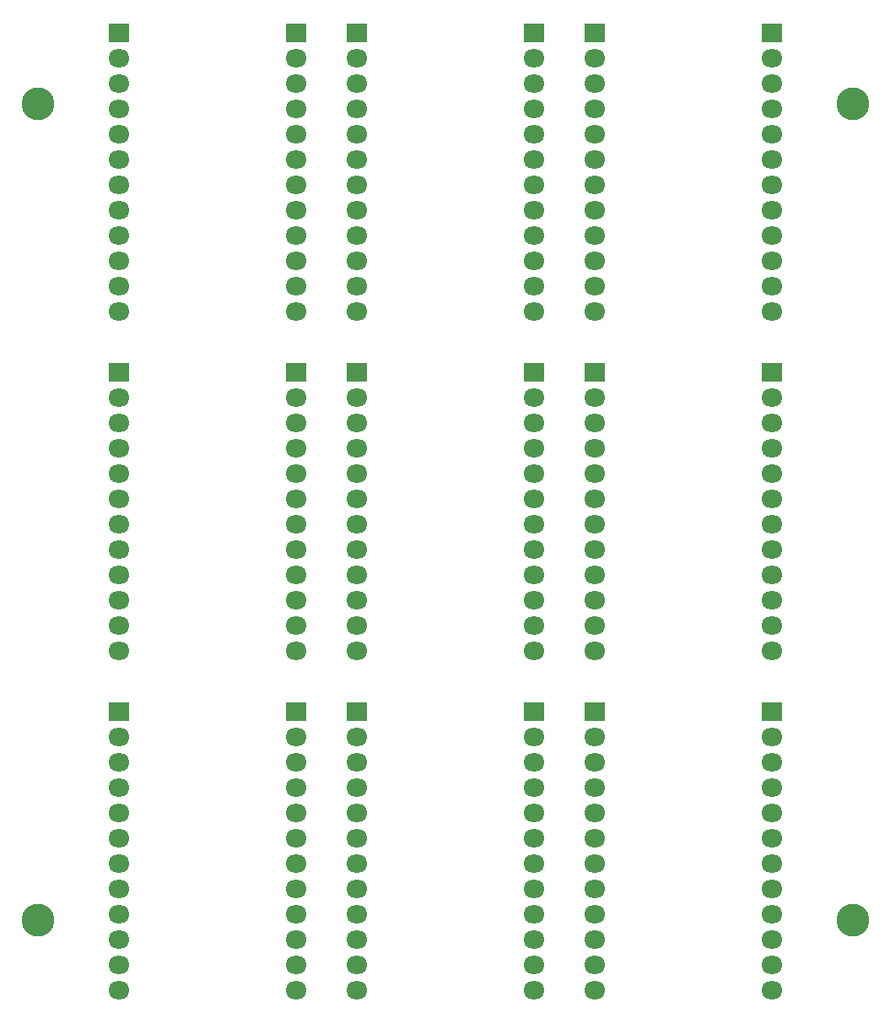
<source format=gbs>
G04 #@! TF.FileFunction,Soldermask,Bot*
%FSLAX46Y46*%
G04 Gerber Fmt 4.6, Leading zero omitted, Abs format (unit mm)*
G04 Created by KiCad (PCBNEW 4.0.5+dfsg1-4) date Mon Jul 16 11:41:52 2018*
%MOMM*%
%LPD*%
G01*
G04 APERTURE LIST*
%ADD10C,0.100000*%
%ADD11C,3.300000*%
%ADD12R,2.132000X1.827200*%
%ADD13O,2.132000X1.827200*%
G04 APERTURE END LIST*
D10*
D11*
X102363044Y-142302563D03*
X102363044Y-60387563D03*
X184150000Y-60388500D03*
D12*
X128270000Y-53340002D03*
D13*
X128270000Y-55880002D03*
X128270000Y-58420002D03*
X128270000Y-60960002D03*
X128270000Y-63500002D03*
X128270000Y-66040002D03*
X128270000Y-68580002D03*
X128270000Y-71120002D03*
X128270000Y-73660002D03*
X128270000Y-76200002D03*
X128270000Y-78740002D03*
X128270000Y-81280002D03*
D12*
X110490000Y-53340000D03*
D13*
X110490000Y-55880000D03*
X110490000Y-58420000D03*
X110490000Y-60960000D03*
X110490000Y-63500000D03*
X110490000Y-66040000D03*
X110490000Y-68580000D03*
X110490000Y-71120000D03*
X110490000Y-73660000D03*
X110490000Y-76200000D03*
X110490000Y-78740000D03*
X110490000Y-81280000D03*
D12*
X158242000Y-53340000D03*
D13*
X158242000Y-55880000D03*
X158242000Y-58420000D03*
X158242000Y-60960000D03*
X158242000Y-63500000D03*
X158242000Y-66040000D03*
X158242000Y-68580000D03*
X158242000Y-71120000D03*
X158242000Y-73660000D03*
X158242000Y-76200000D03*
X158242000Y-78740000D03*
X158242000Y-81280000D03*
D12*
X152146000Y-53339999D03*
D13*
X152146000Y-55879999D03*
X152146000Y-58419999D03*
X152146000Y-60959999D03*
X152146000Y-63499999D03*
X152146000Y-66039999D03*
X152146000Y-68579999D03*
X152146000Y-71119999D03*
X152146000Y-73659999D03*
X152146000Y-76199999D03*
X152146000Y-78739999D03*
X152146000Y-81279999D03*
D12*
X134366000Y-53340001D03*
D13*
X134366000Y-55880001D03*
X134366000Y-58420001D03*
X134366000Y-60960001D03*
X134366000Y-63500001D03*
X134366000Y-66040001D03*
X134366000Y-68580001D03*
X134366000Y-71120001D03*
X134366000Y-73660001D03*
X134366000Y-76200001D03*
X134366000Y-78740001D03*
X134366000Y-81280001D03*
D12*
X176022000Y-53340002D03*
D13*
X176022000Y-55880002D03*
X176022000Y-58420002D03*
X176022000Y-60960002D03*
X176022000Y-63500002D03*
X176022000Y-66040002D03*
X176022000Y-68580002D03*
X176022000Y-71120002D03*
X176022000Y-73660002D03*
X176022000Y-76200002D03*
X176022000Y-78740002D03*
X176022000Y-81280002D03*
D12*
X110490000Y-121412000D03*
D13*
X110490000Y-123952000D03*
X110490000Y-126492000D03*
X110490000Y-129032000D03*
X110490000Y-131572000D03*
X110490000Y-134112000D03*
X110490000Y-136652000D03*
X110490000Y-139192000D03*
X110490000Y-141732000D03*
X110490000Y-144272000D03*
X110490000Y-146812000D03*
X110490000Y-149352000D03*
D12*
X128270000Y-121412000D03*
D13*
X128270000Y-123952000D03*
X128270000Y-126492000D03*
X128270000Y-129032000D03*
X128270000Y-131572000D03*
X128270000Y-134112000D03*
X128270000Y-136652000D03*
X128270000Y-139192000D03*
X128270000Y-141732000D03*
X128270000Y-144272000D03*
X128270000Y-146812000D03*
X128270000Y-149352000D03*
D12*
X134366000Y-121412000D03*
D13*
X134366000Y-123952000D03*
X134366000Y-126492000D03*
X134366000Y-129032000D03*
X134366000Y-131572000D03*
X134366000Y-134112000D03*
X134366000Y-136652000D03*
X134366000Y-139192000D03*
X134366000Y-141732000D03*
X134366000Y-144272000D03*
X134366000Y-146812000D03*
X134366000Y-149352000D03*
D12*
X152146000Y-121412000D03*
D13*
X152146000Y-123952000D03*
X152146000Y-126492000D03*
X152146000Y-129032000D03*
X152146000Y-131572000D03*
X152146000Y-134112000D03*
X152146000Y-136652000D03*
X152146000Y-139192000D03*
X152146000Y-141732000D03*
X152146000Y-144272000D03*
X152146000Y-146812000D03*
X152146000Y-149352000D03*
D12*
X158242000Y-121412000D03*
D13*
X158242000Y-123952000D03*
X158242000Y-126492000D03*
X158242000Y-129032000D03*
X158242000Y-131572000D03*
X158242000Y-134112000D03*
X158242000Y-136652000D03*
X158242000Y-139192000D03*
X158242000Y-141732000D03*
X158242000Y-144272000D03*
X158242000Y-146812000D03*
X158242000Y-149352000D03*
D12*
X176022000Y-121412000D03*
D13*
X176022000Y-123952000D03*
X176022000Y-126492000D03*
X176022000Y-129032000D03*
X176022000Y-131572000D03*
X176022000Y-134112000D03*
X176022000Y-136652000D03*
X176022000Y-139192000D03*
X176022000Y-141732000D03*
X176022000Y-144272000D03*
X176022000Y-146812000D03*
X176022000Y-149352000D03*
D12*
X176022000Y-87376002D03*
D13*
X176022000Y-89916002D03*
X176022000Y-92456002D03*
X176022000Y-94996002D03*
X176022000Y-97536002D03*
X176022000Y-100076002D03*
X176022000Y-102616002D03*
X176022000Y-105156002D03*
X176022000Y-107696002D03*
X176022000Y-110236002D03*
X176022000Y-112776002D03*
X176022000Y-115316002D03*
D12*
X152146000Y-87375999D03*
D13*
X152146000Y-89915999D03*
X152146000Y-92455999D03*
X152146000Y-94995999D03*
X152146000Y-97535999D03*
X152146000Y-100075999D03*
X152146000Y-102615999D03*
X152146000Y-105155999D03*
X152146000Y-107695999D03*
X152146000Y-110235999D03*
X152146000Y-112775999D03*
X152146000Y-115315999D03*
D12*
X134366000Y-87376001D03*
D13*
X134366000Y-89916001D03*
X134366000Y-92456001D03*
X134366000Y-94996001D03*
X134366000Y-97536001D03*
X134366000Y-100076001D03*
X134366000Y-102616001D03*
X134366000Y-105156001D03*
X134366000Y-107696001D03*
X134366000Y-110236001D03*
X134366000Y-112776001D03*
X134366000Y-115316001D03*
D12*
X158242000Y-87376000D03*
D13*
X158242000Y-89916000D03*
X158242000Y-92456000D03*
X158242000Y-94996000D03*
X158242000Y-97536000D03*
X158242000Y-100076000D03*
X158242000Y-102616000D03*
X158242000Y-105156000D03*
X158242000Y-107696000D03*
X158242000Y-110236000D03*
X158242000Y-112776000D03*
X158242000Y-115316000D03*
D12*
X128270000Y-87376002D03*
D13*
X128270000Y-89916002D03*
X128270000Y-92456002D03*
X128270000Y-94996002D03*
X128270000Y-97536002D03*
X128270000Y-100076002D03*
X128270000Y-102616002D03*
X128270000Y-105156002D03*
X128270000Y-107696002D03*
X128270000Y-110236002D03*
X128270000Y-112776002D03*
X128270000Y-115316002D03*
D12*
X110490000Y-87376000D03*
D13*
X110490000Y-89916000D03*
X110490000Y-92456000D03*
X110490000Y-94996000D03*
X110490000Y-97536000D03*
X110490000Y-100076000D03*
X110490000Y-102616000D03*
X110490000Y-105156000D03*
X110490000Y-107696000D03*
X110490000Y-110236000D03*
X110490000Y-112776000D03*
X110490000Y-115316000D03*
D11*
X184150000Y-142303500D03*
M02*

</source>
